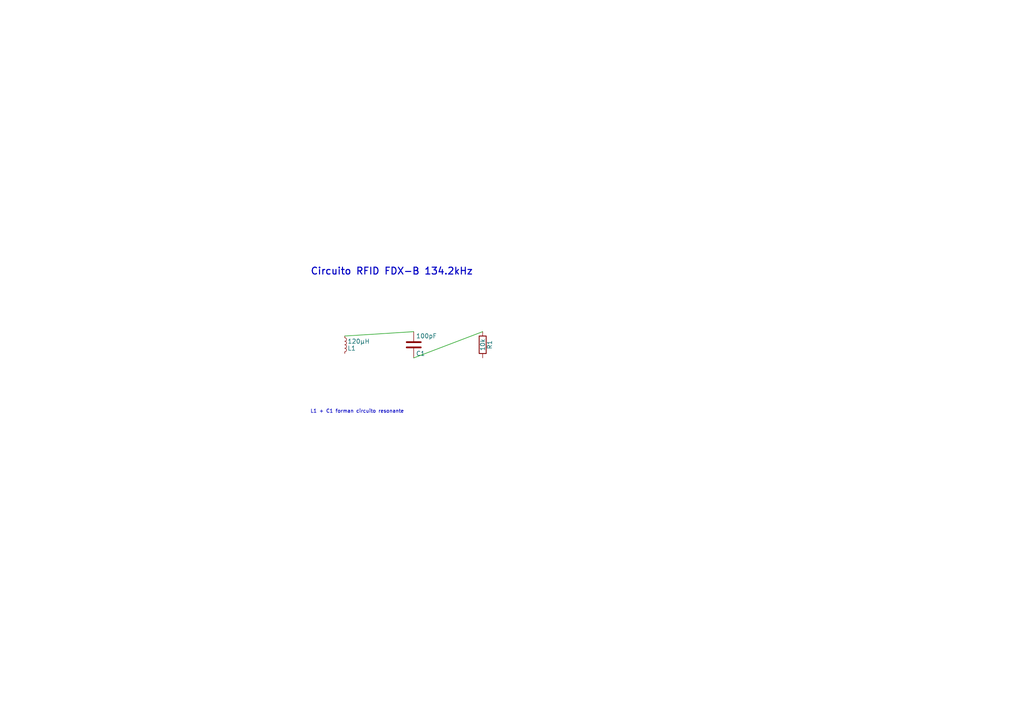
<source format=kicad_sch>
(kicad_sch (version 20230121) (generator eeschema)
  (paper "A4")
  (title_block (title "Lector RFID FDX-B para Caravanas") (date "2025-08-14") (rev "v1.0") (company "IoT Cloud Studio") (comment 1 "Lector de caravanas de ganado FDX-B 134.2kHz") (comment 2 "Basado en ESP32 con amplificador LM358") (comment 3 "Alcance: 10-15cm típico") (comment 4 "Protocolo ISO 11784/11785"))
  (lib_symbols
    (symbol "Device:R" (pin_numbers hide) (pin_names (offset 0))
      (property "Reference" "R" (at 2.032 0 90))
      (property "Value" "R" (at 0 0 90))
      (symbol "R_0_1"
        (rectangle (start -1.016 -2.54) (end 1.016 2.54) (stroke (width 0.254)))
      )
      (symbol "R_1_1"
        (pin passive line (at 0 3.81 270) (length 1.27) (name "~") (number "1"))
        (pin passive line (at 0 -3.81 90) (length 1.27) (name "~") (number "2"))
      )
    )
    (symbol "Device:C" (pin_numbers hide) (pin_names (offset 0.254))
      (property "Reference" "C" (at 0.635 2.54 0))
      (property "Value" "C" (at 0.635 -2.54 0))
      (symbol "C_0_1"
        (polyline (pts (xy -2.032 -0.762) (xy 2.032 -0.762)) (stroke (width 0.508)))
        (polyline (pts (xy -2.032 0.762) (xy 2.032 0.762)) (stroke (width 0.508)))
      )
      (symbol "C_1_1"
        (pin passive line (at 0 3.81 270) (length 2.794) (name "~") (number "1"))
        (pin passive line (at 0 -3.81 90) (length 2.794) (name "~") (number "2"))
      )
    )
    (symbol "Device:L_Small" (pin_numbers hide) (pin_names (offset 0.254) hide)
      (property "Reference" "L" (at 0.762 1.016 0))
      (property "Value" "L_Small" (at 0.762 -1.016 0))
      (symbol "L_Small_0_1"
        (arc (start 0 -2.032) (mid 0.5058 -1.524) (end 0 -1.016))
        (arc (start 0 -1.016) (mid 0.5058 -0.508) (end 0 0))
        (arc (start 0 0) (mid 0.5058 0.508) (end 0 1.016))
        (arc (start 0 1.016) (mid 0.5058 1.524) (end 0 2.032))
      )
      (symbol "L_Small_1_1"
        (pin passive line (at 0 2.54 270) (length 0.508) (name "~") (number "1"))
        (pin passive line (at 0 -2.54 90) (length 0.508) (name "~") (number "2"))
      )
    )
  )
  (symbol (lib_id "Device:L_Small") (at 100 100 0) (unit 1)
    (property "Reference" "L1" (at 100.762 101.016 0) (effects (justify left)))
    (property "Value" "120μH" (at 100.762 99.016 0) (effects (justify left)))
    (property "Footprint" "Inductor_SMD:L_1210_3225Metric" (effects hide))
  )
  (symbol (lib_id "Device:C") (at 120 100 0) (unit 1)
    (property "Reference" "C1" (at 120.635 102.54 0) (effects (justify left)))
    (property "Value" "100pF" (at 120.635 97.46 0) (effects (justify left)))
    (property "Footprint" "Capacitor_SMD:C_0805_2012Metric" (effects hide))
  )
  (symbol (lib_id "Device:R") (at 140 100 0) (unit 1)
    (property "Reference" "R1" (at 142.032 100 90))
    (property "Value" "10k" (at 140 100 90))
    (property "Footprint" "Resistor_SMD:R_0805_2012Metric" (effects hide))
  )
  (wire (pts (xy 100 97.46) (xy 120 96.19)))
  (wire (pts (xy 120 103.81) (xy 140 96.19)))
  (text "Circuito RFID FDX-B 134.2kHz" (at 90 80 0) (effects (font (size 2 2) (thickness 0.3)) (justify left bottom)))
  (text "L1 + C1 forman circuito resonante" (at 90 120 0) (effects (font (size 1 1)) (justify left bottom)))
)
</source>
